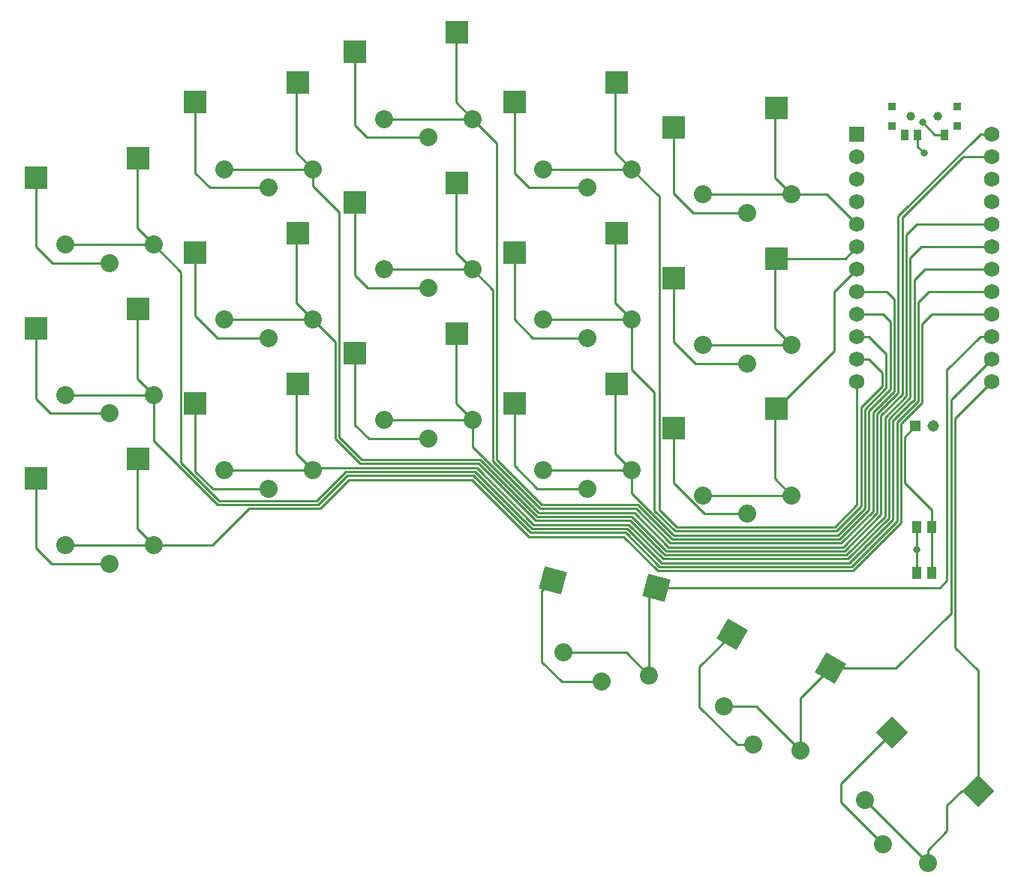
<source format=gtl>
%TF.GenerationSoftware,KiCad,Pcbnew,(6.0.5)*%
%TF.CreationDate,2022-09-17T13:25:28+02:00*%
%TF.ProjectId,rae_dux_no_splay,7261655f-6475-4785-9f6e-6f5f73706c61,v1.0.0*%
%TF.SameCoordinates,Original*%
%TF.FileFunction,Copper,L1,Top*%
%TF.FilePolarity,Positive*%
%FSLAX46Y46*%
G04 Gerber Fmt 4.6, Leading zero omitted, Abs format (unit mm)*
G04 Created by KiCad (PCBNEW (6.0.5)) date 2022-09-17 13:25:28*
%MOMM*%
%LPD*%
G01*
G04 APERTURE LIST*
G04 Aperture macros list*
%AMRotRect*
0 Rectangle, with rotation*
0 The origin of the aperture is its center*
0 $1 length*
0 $2 width*
0 $3 Rotation angle, in degrees counterclockwise*
0 Add horizontal line*
21,1,$1,$2,0,0,$3*%
G04 Aperture macros list end*
%TA.AperFunction,SMDPad,CuDef*%
%ADD10R,2.600000X2.600000*%
%TD*%
%TA.AperFunction,ComponentPad*%
%ADD11C,2.032000*%
%TD*%
%TA.AperFunction,SMDPad,CuDef*%
%ADD12RotRect,2.600000X2.600000X345.000000*%
%TD*%
%TA.AperFunction,SMDPad,CuDef*%
%ADD13RotRect,2.600000X2.600000X330.000000*%
%TD*%
%TA.AperFunction,SMDPad,CuDef*%
%ADD14RotRect,2.600000X2.600000X315.000000*%
%TD*%
%TA.AperFunction,ComponentPad*%
%ADD15R,1.752600X1.752600*%
%TD*%
%TA.AperFunction,ComponentPad*%
%ADD16C,1.752600*%
%TD*%
%TA.AperFunction,WasherPad*%
%ADD17C,1.000000*%
%TD*%
%TA.AperFunction,SMDPad,CuDef*%
%ADD18R,0.900000X1.250000*%
%TD*%
%TA.AperFunction,SMDPad,CuDef*%
%ADD19R,0.900000X0.900000*%
%TD*%
%TA.AperFunction,ComponentPad*%
%ADD20C,1.308000*%
%TD*%
%TA.AperFunction,ComponentPad*%
%ADD21R,1.308000X1.308000*%
%TD*%
%TA.AperFunction,SMDPad,CuDef*%
%ADD22R,1.000000X1.450000*%
%TD*%
%TA.AperFunction,ViaPad*%
%ADD23C,0.800000*%
%TD*%
%TA.AperFunction,Conductor*%
%ADD24C,0.250000*%
%TD*%
G04 APERTURE END LIST*
D10*
X71275000Y55950000D03*
X59725000Y53750000D03*
D11*
X63000000Y46200000D03*
X68000000Y44100000D03*
X73000000Y46200000D03*
X68000000Y44100000D03*
D10*
X71275000Y72950000D03*
X59725000Y70750000D03*
D11*
X63000000Y63200000D03*
X68000000Y61100000D03*
X73000000Y63200000D03*
X68000000Y61100000D03*
D10*
X71275000Y89950000D03*
X59725000Y87750000D03*
D11*
X63000000Y80200000D03*
X68000000Y78100000D03*
X73000000Y80200000D03*
X68000000Y78100000D03*
D10*
X89275000Y64450000D03*
X77725000Y62250000D03*
D11*
X81000000Y54700000D03*
X86000000Y52600000D03*
X91000000Y54700000D03*
X86000000Y52600000D03*
D10*
X89275000Y81450000D03*
X77725000Y79250000D03*
D11*
X81000000Y71700000D03*
X86000000Y69600000D03*
X91000000Y71700000D03*
X86000000Y69600000D03*
D10*
X89275000Y98450000D03*
X77725000Y96250000D03*
D11*
X81000000Y88700000D03*
X86000000Y86600000D03*
X91000000Y88700000D03*
X86000000Y86600000D03*
D10*
X107275000Y70116667D03*
X95725000Y67916667D03*
D11*
X99000000Y60366667D03*
X104000000Y58266667D03*
X109000000Y60366667D03*
X104000000Y58266667D03*
D10*
X107275000Y87116667D03*
X95725000Y84916667D03*
D11*
X99000000Y77366667D03*
X104000000Y75266667D03*
X109000000Y77366667D03*
X104000000Y75266667D03*
D10*
X107275000Y104116667D03*
X95725000Y101916667D03*
D11*
X99000000Y94366667D03*
X104000000Y92266667D03*
X109000000Y94366667D03*
X104000000Y92266667D03*
D10*
X125275000Y64450000D03*
X113725000Y62250000D03*
D11*
X117000000Y54700000D03*
X122000000Y52600000D03*
X127000000Y54700000D03*
X122000000Y52600000D03*
D10*
X125275000Y81450000D03*
X113725000Y79250000D03*
D11*
X117000000Y71700000D03*
X122000000Y69600000D03*
X127000000Y71700000D03*
X122000000Y69600000D03*
D10*
X125275000Y98450000D03*
X113725000Y96250000D03*
D11*
X117000000Y88700000D03*
X122000000Y86600000D03*
X127000000Y88700000D03*
X122000000Y86600000D03*
D10*
X143275000Y61616667D03*
X131725000Y59416667D03*
D11*
X135000000Y51866667D03*
X140000000Y49766667D03*
X145000000Y51866667D03*
X140000000Y49766667D03*
D10*
X143275000Y78616667D03*
X131725000Y76416667D03*
D11*
X135000000Y68866667D03*
X140000000Y66766667D03*
X145000000Y68866667D03*
X140000000Y66766667D03*
D10*
X143275000Y95616667D03*
X131725000Y93416667D03*
D11*
X135000000Y85866667D03*
X140000000Y83766667D03*
X145000000Y85866667D03*
X140000000Y83766667D03*
D12*
X129783339Y41388548D03*
X118057494Y42252871D03*
D11*
X119266817Y34112499D03*
X123552927Y30789960D03*
X128926076Y31524309D03*
X123552927Y30789960D03*
D13*
X149428791Y32325748D03*
X138326198Y36195492D03*
D11*
X137387431Y28019500D03*
X140667558Y23700847D03*
X146047685Y23019500D03*
X140667558Y23700847D03*
D14*
X166059216Y18487139D03*
X156336498Y25098587D03*
D11*
X153313616Y17444156D03*
X155364226Y12423698D03*
X160384684Y10373088D03*
X155364226Y12423698D03*
D15*
X152380000Y92636667D03*
D16*
X152380000Y90096667D03*
X152380000Y87556667D03*
X152380000Y85016667D03*
X152380000Y82476667D03*
X152380000Y79936667D03*
X152380000Y77396667D03*
X152380000Y74856667D03*
X152380000Y72316667D03*
X152380000Y69776667D03*
X152380000Y67236667D03*
X152380000Y64696667D03*
X167620000Y92636667D03*
X167620000Y90096667D03*
X167620000Y87556667D03*
X167620000Y85016667D03*
X167620000Y82476667D03*
X167620000Y79936667D03*
X167620000Y77396667D03*
X167620000Y74856667D03*
X167620000Y72316667D03*
X167620000Y69776667D03*
X167620000Y67236667D03*
X167620000Y64696667D03*
D17*
X161500000Y94666667D03*
X158500000Y94666667D03*
D18*
X162250000Y92591667D03*
X159250000Y92591667D03*
X157750000Y92591667D03*
D19*
X163700000Y95766667D03*
X163700000Y93566667D03*
X156300000Y93566667D03*
X156300000Y95766667D03*
D17*
X161500000Y94666667D03*
X158500000Y94666667D03*
D20*
X161000000Y59666667D03*
D21*
X159000000Y59666667D03*
D22*
X159150000Y43091667D03*
X159150000Y48241667D03*
X160850000Y43091667D03*
X160850000Y48241667D03*
D23*
X159168927Y45711302D03*
X159955156Y90521382D03*
X159782240Y93958093D03*
D24*
X152400000Y64676667D02*
X152380000Y64696667D01*
X152400000Y50800000D02*
X152400000Y64676667D01*
X149873216Y48273216D02*
X152400000Y50800000D01*
X132066784Y48273216D02*
X149873216Y48273216D01*
X130087117Y85612883D02*
X130087117Y50252883D01*
X130087117Y50252883D02*
X132066784Y48273216D01*
X127000000Y88700000D02*
X130087117Y85612883D01*
X160850000Y50217625D02*
X160850000Y48241667D01*
X157794240Y53273385D02*
X160850000Y50217625D01*
X157794240Y58460907D02*
X157794240Y53273385D01*
X159000000Y59666667D02*
X157794240Y58460907D01*
X160850000Y48241667D02*
X160850000Y43091667D01*
X125125479Y73574521D02*
X125125479Y81300479D01*
X125125479Y81300479D02*
X125275000Y81450000D01*
X127000000Y71700000D02*
X125125479Y73574521D01*
X150565461Y19327550D02*
X150565461Y17222463D01*
X150565461Y17222463D02*
X155364226Y12423698D01*
X156336498Y25098587D02*
X150565461Y19327550D01*
X138859153Y23700847D02*
X140667558Y23700847D01*
X134620000Y27940000D02*
X138859153Y23700847D01*
X134620000Y32489294D02*
X134620000Y27940000D01*
X138326198Y36195492D02*
X134620000Y32489294D01*
X119070040Y30789960D02*
X123552927Y30789960D01*
X116840000Y41035377D02*
X116840000Y33020000D01*
X116840000Y33020000D02*
X119070040Y30789960D01*
X118057494Y42252871D02*
X116840000Y41035377D01*
X133876271Y83766667D02*
X140000000Y83766667D01*
X131725000Y85917938D02*
X133876271Y83766667D01*
X131725000Y93416667D02*
X131725000Y85917938D01*
X115820000Y69600000D02*
X122000000Y69600000D01*
X113725000Y71695000D02*
X115820000Y69600000D01*
X113725000Y79250000D02*
X113725000Y71695000D01*
X134129345Y66766667D02*
X140000000Y66766667D01*
X131725000Y76416667D02*
X131725000Y69171012D01*
X131725000Y69171012D02*
X134129345Y66766667D01*
X113725000Y55180422D02*
X116305422Y52600000D01*
X113725000Y62250000D02*
X113725000Y55180422D01*
X116305422Y52600000D02*
X122000000Y52600000D01*
X61528442Y44100000D02*
X68000000Y44100000D01*
X59725000Y45903442D02*
X61528442Y44100000D01*
X59725000Y53750000D02*
X59725000Y45903442D01*
X77725000Y54560175D02*
X79685175Y52600000D01*
X79685175Y52600000D02*
X86000000Y52600000D01*
X77725000Y62250000D02*
X77725000Y54560175D01*
X160047366Y77396667D02*
X167620000Y77396667D01*
X158850699Y76200000D02*
X160047366Y77396667D01*
X158850699Y62697356D02*
X158850699Y76200000D01*
X158587376Y62434033D02*
X158850699Y62697356D01*
X158576703Y62434033D02*
X158587376Y62434033D01*
X156445680Y60303009D02*
X158576703Y62434033D01*
X156445680Y49124225D02*
X156445680Y60303009D01*
X151548991Y44227536D02*
X156445680Y49124225D01*
X126441406Y48102880D02*
X130316753Y44227536D01*
X115722817Y48102880D02*
X126441406Y48102880D01*
X130316753Y44227536D02*
X151548991Y44227536D01*
X109294257Y54531440D02*
X115722817Y48102880D01*
X95961409Y54531440D02*
X109294257Y54531440D01*
X95961016Y54531833D02*
X95961409Y54531440D01*
X91433244Y51259489D02*
X94705588Y54531833D01*
X76100489Y55548968D02*
X80389968Y51259489D01*
X80389968Y51259489D02*
X91433244Y51259489D01*
X94705588Y54531833D02*
X95961016Y54531833D01*
X76107995Y77092005D02*
X76107995Y76965965D01*
X76107995Y76965965D02*
X76100489Y76958459D01*
X76100489Y76958459D02*
X76100489Y55548968D01*
X73000000Y80200000D02*
X76107995Y77092005D01*
X160496886Y74856667D02*
X167620000Y74856667D01*
X159300219Y62511159D02*
X159300219Y73660000D01*
X158773574Y61984513D02*
X159300219Y62511159D01*
X156895200Y60116811D02*
X158762901Y61984513D01*
X151735188Y43778016D02*
X156895200Y48938028D01*
X130130556Y43778016D02*
X151735188Y43778016D01*
X126255208Y47653360D02*
X130130556Y43778016D01*
X94892179Y54081920D02*
X109108059Y54081920D01*
X109108059Y54081920D02*
X115536620Y47653360D01*
X94891786Y54082313D02*
X94892179Y54081920D01*
X115536620Y47653360D02*
X126255208Y47653360D01*
X159300219Y73660000D02*
X160496886Y74856667D01*
X80213739Y50800000D02*
X91609472Y50800000D01*
X158762901Y61984513D02*
X158773574Y61984513D01*
X73000000Y63200000D02*
X73000000Y58013739D01*
X156895200Y48938028D02*
X156895200Y60116811D01*
X73000000Y58013739D02*
X80213739Y50800000D01*
X91609472Y50800000D02*
X94891786Y54082313D01*
X61354384Y61100000D02*
X68000000Y61100000D01*
X59725000Y62729384D02*
X61354384Y61100000D01*
X59725000Y70750000D02*
X59725000Y62729384D01*
X59725000Y79975000D02*
X61600000Y78100000D01*
X59725000Y87750000D02*
X59725000Y79975000D01*
X61600000Y78100000D02*
X68000000Y78100000D01*
X79349467Y86600000D02*
X86000000Y86600000D01*
X77725000Y88224467D02*
X79349467Y86600000D01*
X77725000Y96250000D02*
X77725000Y88224467D01*
X80260000Y69600000D02*
X86000000Y69600000D01*
X77725000Y72135000D02*
X80260000Y69600000D01*
X77725000Y79250000D02*
X77725000Y72135000D01*
X95725000Y59829228D02*
X97287561Y58266667D01*
X97287561Y58266667D02*
X104000000Y58266667D01*
X95725000Y67916667D02*
X95725000Y59829228D01*
X95725000Y76680458D02*
X97138791Y75266667D01*
X95725000Y84916667D02*
X95725000Y76680458D01*
X97138791Y75266667D02*
X104000000Y75266667D01*
X97099446Y92266667D02*
X104000000Y92266667D01*
X95725000Y93641113D02*
X97099446Y92266667D01*
X95725000Y101916667D02*
X95725000Y93641113D01*
X113725000Y88261299D02*
X115386299Y86600000D01*
X113725000Y96250000D02*
X113725000Y88261299D01*
X115386299Y86600000D02*
X122000000Y86600000D01*
X135204230Y49766667D02*
X140000000Y49766667D01*
X131725000Y59416667D02*
X131725000Y53245897D01*
X131725000Y53245897D02*
X135204230Y49766667D01*
X127000000Y71700000D02*
X117000000Y71700000D01*
X162560000Y13985244D02*
X162560000Y16826401D01*
X160384684Y11809928D02*
X162560000Y13985244D01*
X160384684Y10373088D02*
X160384684Y11809928D01*
X162560000Y16826401D02*
X164220738Y18487139D01*
X164220738Y18487139D02*
X166059216Y18487139D01*
X160384684Y10373088D02*
X153313616Y17444156D01*
X146047685Y28944642D02*
X149428791Y32325748D01*
X146047685Y23019500D02*
X146047685Y28944642D01*
X128926076Y40531285D02*
X129783339Y41388548D01*
X128926076Y31524309D02*
X128926076Y40531285D01*
X126337886Y34112499D02*
X119266817Y34112499D01*
X128926076Y31524309D02*
X126337886Y34112499D01*
X141047685Y28019500D02*
X137387431Y28019500D01*
X146047685Y23019500D02*
X141047685Y28019500D01*
X163459040Y60535707D02*
X163459040Y34660960D01*
X163459040Y34660960D02*
X166059216Y32060784D01*
X166059216Y32060784D02*
X166059216Y18487139D01*
X167620000Y64696667D02*
X163459040Y60535707D01*
X156785748Y32325748D02*
X149428791Y32325748D01*
X163009520Y38549520D02*
X156785748Y32325748D01*
X163009520Y62626187D02*
X163009520Y38549520D01*
X167620000Y67236667D02*
X163009520Y62626187D01*
X161726817Y41388548D02*
X129783339Y41388548D01*
X162560000Y66040000D02*
X162560000Y42221731D01*
X162560000Y42221731D02*
X161726817Y41388548D01*
X166296667Y69776667D02*
X162560000Y66040000D01*
X167620000Y69776667D02*
X166296667Y69776667D01*
X149860000Y74876667D02*
X152380000Y77396667D01*
X149860000Y68201667D02*
X149860000Y74876667D01*
X143275000Y61616667D02*
X149860000Y68201667D01*
X151060000Y78616667D02*
X152380000Y79936667D01*
X143275000Y78616667D02*
X151060000Y78616667D01*
X148990000Y85866667D02*
X152380000Y82476667D01*
X145000000Y85866667D02*
X148990000Y85866667D01*
X127000000Y54700000D02*
X117000000Y54700000D01*
X145000000Y51866667D02*
X135000000Y51866667D01*
X145000000Y68866667D02*
X135000000Y68866667D01*
X145000000Y85866667D02*
X135000000Y85866667D01*
X127000000Y88700000D02*
X117000000Y88700000D01*
X109000000Y94366667D02*
X99000000Y94366667D01*
X109000000Y77366667D02*
X99000000Y77366667D01*
X73000000Y46200000D02*
X63000000Y46200000D01*
X71125479Y55800479D02*
X71275000Y55950000D01*
X71125479Y48074521D02*
X71125479Y55800479D01*
X73000000Y46200000D02*
X71125479Y48074521D01*
X91000000Y88700000D02*
X81000000Y88700000D01*
X71125479Y82074521D02*
X71125479Y89800479D01*
X71125479Y89800479D02*
X71275000Y89950000D01*
X73000000Y80200000D02*
X71125479Y82074521D01*
X73000000Y80200000D02*
X63000000Y80200000D01*
X71125479Y65074521D02*
X71125479Y72800479D01*
X71125479Y72800479D02*
X71275000Y72950000D01*
X73000000Y63200000D02*
X71125479Y65074521D01*
X73000000Y63200000D02*
X63000000Y63200000D01*
X91000000Y71700000D02*
X81000000Y71700000D01*
X89125479Y64300479D02*
X89275000Y64450000D01*
X89125479Y56574521D02*
X89125479Y64300479D01*
X91000000Y54700000D02*
X89125479Y56574521D01*
X91000000Y54700000D02*
X81000000Y54700000D01*
X109000000Y60366667D02*
X99000000Y60366667D01*
X107125479Y62241188D02*
X109000000Y60366667D01*
X107125479Y69967146D02*
X107125479Y62241188D01*
X107275000Y70116667D02*
X107125479Y69967146D01*
X89125479Y90574521D02*
X89125479Y98300479D01*
X89125479Y98300479D02*
X89275000Y98450000D01*
X91000000Y88700000D02*
X89125479Y90574521D01*
X89125479Y81300479D02*
X89275000Y81450000D01*
X89125479Y73574521D02*
X89125479Y81300479D01*
X91000000Y71700000D02*
X89125479Y73574521D01*
X107125479Y86967146D02*
X107275000Y87116667D01*
X109000000Y77366667D02*
X107125479Y79241188D01*
X107125479Y79241188D02*
X107125479Y86967146D01*
X107125479Y103967146D02*
X107275000Y104116667D01*
X107125479Y96241188D02*
X107125479Y103967146D01*
X109000000Y94366667D02*
X107125479Y96241188D01*
X125125479Y98300479D02*
X125275000Y98450000D01*
X125125479Y90574521D02*
X125125479Y98300479D01*
X127000000Y88700000D02*
X125125479Y90574521D01*
X145000000Y85866667D02*
X143125479Y87741188D01*
X143125479Y87741188D02*
X143125479Y95467146D01*
X143125479Y95467146D02*
X143275000Y95616667D01*
X143125479Y78467146D02*
X143275000Y78616667D01*
X143125479Y70741188D02*
X143125479Y78467146D01*
X145000000Y68866667D02*
X143125479Y70741188D01*
X143125479Y61467146D02*
X143275000Y61616667D01*
X143125479Y53741188D02*
X143125479Y61467146D01*
X145000000Y51866667D02*
X143125479Y53741188D01*
X125125479Y64300479D02*
X125275000Y64450000D01*
X127000000Y54700000D02*
X125125479Y56574521D01*
X125125479Y56574521D02*
X125125479Y64300479D01*
X160866740Y72316667D02*
X167620000Y72316667D01*
X159749738Y71199665D02*
X160866740Y72316667D01*
X159749738Y62324961D02*
X159749738Y71199665D01*
X157937724Y60512947D02*
X159749738Y62324961D01*
X157927053Y60512947D02*
X157937724Y60512947D01*
X157344720Y59930613D02*
X157927053Y60512947D01*
X157344720Y48751831D02*
X157344720Y59930613D01*
X151921386Y43328496D02*
X157344720Y48751831D01*
X129944354Y43328497D02*
X151921386Y43328496D01*
X115350423Y47203840D02*
X126069011Y47203840D01*
X126069011Y47203840D02*
X129944354Y43328497D01*
X95077589Y53632400D02*
X108921861Y53632400D01*
X83820000Y50350480D02*
X91795669Y50350480D01*
X79669520Y46200000D02*
X83820000Y50350480D01*
X91795669Y50350480D02*
X95077589Y53632400D01*
X108921861Y53632400D02*
X115350423Y47203840D01*
X73000000Y46200000D02*
X79669520Y46200000D01*
X159671520Y79936667D02*
X167620000Y79936667D01*
X158401179Y78666326D02*
X159671520Y79936667D01*
X158401179Y62883553D02*
X158401179Y78666326D01*
X158390505Y62883553D02*
X158401179Y62883553D01*
X155996160Y60489207D02*
X158390505Y62883553D01*
X155996160Y49310422D02*
X155996160Y60489207D01*
X151362794Y44677056D02*
X155996160Y49310422D01*
X126627604Y48552400D02*
X130502950Y44677056D01*
X96147606Y54980960D02*
X109480454Y54980960D01*
X115909014Y48552400D02*
X126627604Y48552400D01*
X96147212Y54981353D02*
X96147606Y54980960D01*
X91281353Y54981353D02*
X96147212Y54981353D01*
X109480454Y54980960D02*
X115909014Y48552400D01*
X91000000Y54700000D02*
X91281353Y54981353D01*
X130502950Y44677056D02*
X151362794Y44677056D01*
X159174093Y82476667D02*
X167620000Y82476667D01*
X157951660Y81254234D02*
X159174093Y82476667D01*
X157951660Y63080426D02*
X157951660Y81254234D01*
X155546640Y60675405D02*
X157951660Y63080426D01*
X155546640Y49496619D02*
X155546640Y60675405D01*
X151176597Y45126576D02*
X155546640Y49496619D01*
X116095211Y49001920D02*
X126813802Y49001920D01*
X126813802Y49001920D02*
X130689147Y45126576D01*
X109666649Y55430480D02*
X116095211Y49001920D01*
X93530480Y69169520D02*
X93530480Y58233803D01*
X93530480Y58233803D02*
X96333803Y55430480D01*
X130689147Y45126576D02*
X151176597Y45126576D01*
X91000000Y71700000D02*
X93530480Y69169520D01*
X96333803Y55430480D02*
X109666649Y55430480D01*
X164392385Y90096667D02*
X167620000Y90096667D01*
X157502140Y83206422D02*
X164392385Y90096667D01*
X157502140Y63266624D02*
X157502140Y83206422D01*
X155097120Y60861603D02*
X157502140Y63266624D01*
X155097120Y49682816D02*
X155097120Y60861603D01*
X150990400Y45576096D02*
X155097120Y49682816D01*
X130875344Y45576096D02*
X150990400Y45576096D01*
X116281408Y49451440D02*
X127000000Y49451440D01*
X127000000Y49451440D02*
X130875344Y45576096D01*
X96520000Y55880000D02*
X109852847Y55880000D01*
X109852847Y55880000D02*
X116281408Y49451440D01*
X93980000Y58420000D02*
X96520000Y55880000D01*
X91000000Y86800000D02*
X93980000Y83820000D01*
X93980000Y83820000D02*
X93980000Y58420000D01*
X91000000Y88700000D02*
X91000000Y86800000D01*
X157052620Y83392620D02*
X166296667Y92636667D01*
X166296667Y92636667D02*
X167620000Y92636667D01*
X157052620Y63452822D02*
X157052620Y83392620D01*
X154647600Y61047801D02*
X157052620Y63452822D01*
X150804203Y46025616D02*
X154647600Y49869013D01*
X131135797Y46025616D02*
X150804203Y46025616D01*
X116467605Y49900960D02*
X127260451Y49900960D01*
X127260451Y49900960D02*
X131135797Y46025616D01*
X109000000Y60366667D02*
X109000000Y57368565D01*
X109000000Y57368565D02*
X116467605Y49900960D01*
X154647600Y49869013D02*
X154647600Y61047801D01*
X155744411Y74856667D02*
X152380000Y74856667D01*
X156603100Y73997978D02*
X155744411Y74856667D01*
X156603100Y63639019D02*
X156603100Y73997978D01*
X154198080Y61233999D02*
X156603100Y63639019D01*
X150618006Y46475136D02*
X154198080Y50055210D01*
X154198080Y50055210D02*
X154198080Y61233999D01*
X131321994Y46475136D02*
X150618006Y46475136D01*
X116653802Y50350480D02*
X127446649Y50350480D01*
X111310480Y55693802D02*
X116653802Y50350480D01*
X127446649Y50350480D02*
X131321994Y46475136D01*
X111310480Y75056187D02*
X111310480Y55693802D01*
X109000000Y77366667D02*
X111310480Y75056187D01*
X111760000Y91606667D02*
X109000000Y94366667D01*
X111760000Y55880000D02*
X111760000Y91606667D01*
X116840000Y50800000D02*
X111760000Y55880000D01*
X127632847Y50800000D02*
X116840000Y50800000D01*
X131508192Y46924656D02*
X127632847Y50800000D01*
X150431808Y46924656D02*
X131508192Y46924656D01*
X153748560Y61420197D02*
X153748560Y50241408D01*
X153748560Y50241408D02*
X150431808Y46924656D01*
X156153580Y71478876D02*
X156153580Y63825217D01*
X156153580Y63825217D02*
X153748560Y61420197D01*
X155315789Y72316667D02*
X156153580Y71478876D01*
X152380000Y72316667D02*
X155315789Y72316667D01*
X153743333Y69776667D02*
X152380000Y69776667D01*
X155704060Y64011415D02*
X155704060Y67815940D01*
X153299040Y50427605D02*
X153299040Y61606395D01*
X153299040Y61606395D02*
X155704060Y64011415D01*
X131694389Y47374176D02*
X150245611Y47374176D01*
X150245611Y47374176D02*
X153299040Y50427605D01*
X127000000Y52068565D02*
X131694389Y47374176D01*
X127000000Y54700000D02*
X127000000Y52068565D01*
X155704060Y67815940D02*
X153743333Y69776667D01*
X153743333Y67236667D02*
X152380000Y67236667D01*
X155254540Y65725460D02*
X153743333Y67236667D01*
X155254540Y64197613D02*
X155254540Y65725460D01*
X152849520Y61792593D02*
X155254540Y64197613D01*
X150059414Y47823696D02*
X152849520Y50613802D01*
X129540000Y50164282D02*
X131880586Y47823696D01*
X129540000Y63500000D02*
X129540000Y50164282D01*
X127000000Y66040000D02*
X129540000Y63500000D01*
X131880586Y47823696D02*
X150059414Y47823696D01*
X127000000Y71700000D02*
X127000000Y66040000D01*
X152849520Y50613802D02*
X152849520Y61792593D01*
X159150000Y45692375D02*
X159150000Y43091667D01*
X159168927Y45711302D02*
X159150000Y45692375D01*
X159150000Y45730229D02*
X159150000Y48241667D01*
X159168927Y45711302D02*
X159150000Y45730229D01*
X159250000Y91226538D02*
X159955156Y90521382D01*
X159250000Y92591667D02*
X159250000Y91226538D01*
X161148666Y92591667D02*
X162250000Y92591667D01*
X159782240Y93958093D02*
X161148666Y92591667D01*
M02*

</source>
